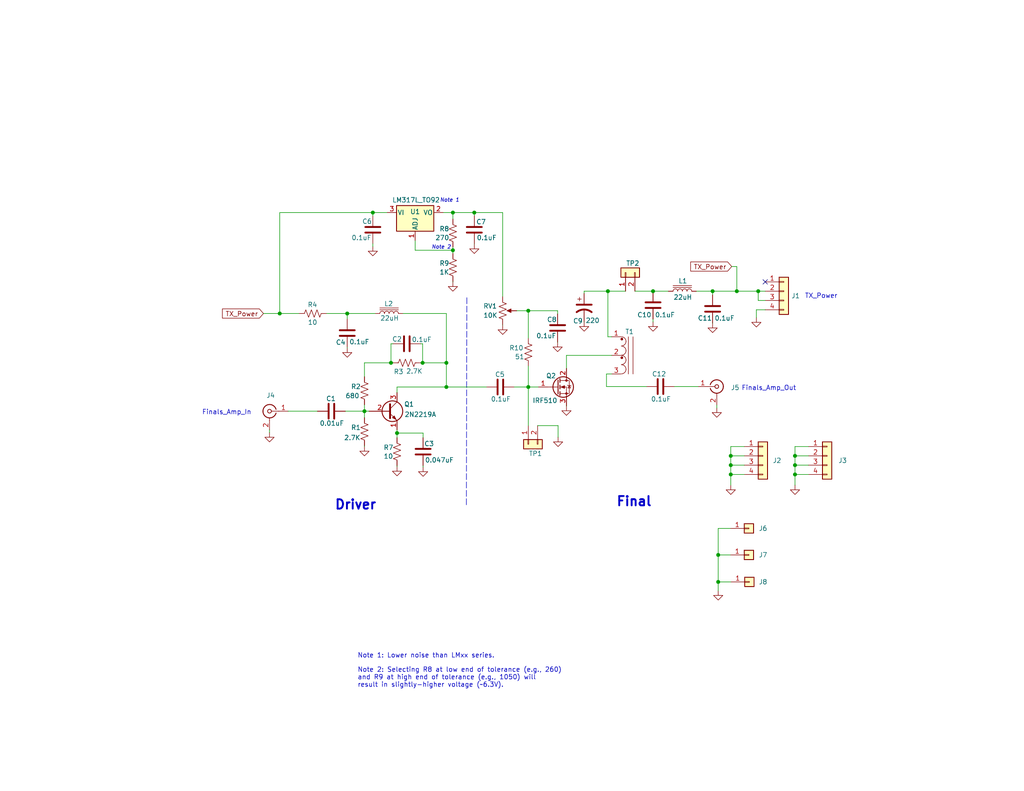
<source format=kicad_sch>
(kicad_sch (version 20211123) (generator eeschema)
  (paper "USLetter")
  (title_block (title "Pssst Final TX Amplifier") (date "2022-12-29") (rev "A"))
  (lib_symbols
    (symbol "Connector_Generic:Conn_01x01" (pin_names (offset 1.016) hide)
      (property "Reference" "J" (at 0 2.54 0))
      (property "Value" "Conn_01x01" (at 0 -2.54 0))
      (symbol "Conn_01x01_1_1"
        (rectangle (start -1.27 0.127) (end 0 -0.127) (stroke (width 0.1524)))
        (rectangle (start -1.27 1.27) (end 1.27 -1.27) (stroke (width 0.254)) (fill (type background)))
        (pin passive line (at -5.08 0 0) (length 3.81) (name "Pin_1") (number "1"))
      )
    )
    (symbol "Connector_Generic:Conn_01x04" (pin_names (offset 1.016) hide)
      (property "Reference" "J" (at 0 5.08 0))
      (property "Value" "Conn_01x04" (at 0 -7.62 0))
      (symbol "Conn_01x04_1_1"
        (rectangle (start -1.27 -4.953) (end 0 -5.207) (stroke (width 0.1524)))
        (rectangle (start -1.27 -2.413) (end 0 -2.667) (stroke (width 0.1524)))
        (rectangle (start -1.27 0.127) (end 0 -0.127) (stroke (width 0.1524)))
        (rectangle (start -1.27 2.667) (end 0 2.413) (stroke (width 0.1524)))
        (rectangle (start -1.27 3.81) (end 1.27 -6.35) (stroke (width 0.254)) (fill (type background)))
        (pin passive line (at -5.08 2.54 0) (length 3.81) (name "Pin_1") (number "1"))
        (pin passive line (at -5.08 0 0) (length 3.81) (name "Pin_2") (number "2"))
        (pin passive line (at -5.08 -2.54 0) (length 3.81) (name "Pin_3") (number "3"))
        (pin passive line (at -5.08 -5.08 0) (length 3.81) (name "Pin_4") (number "4"))
      )
    )
    (symbol "K7TFC:2N2219" (pin_names (offset 0) hide)
      (property "Reference" "Q" (at 5.08 1.905 0))
      (property "Value" "2N2219" (at 5.08 0 0))
      (symbol "2N2219_0_1"
        (polyline (pts (xy 0.635 0.635) (xy 2.54 2.54)))
        (polyline (pts (xy 0.635 -0.635) (xy 2.54 -2.54) (xy 2.54 -2.54)))
        (polyline (pts (xy 0.635 1.905) (xy 0.635 -1.905) (xy 0.635 -1.905)) (stroke (width 0.508)))
        (polyline (pts (xy 1.27 -1.778) (xy 1.778 -1.27) (xy 2.286 -2.286) (xy 1.27 -1.778) (xy 1.27 -1.778)) (fill (type outline)))
        (circle (center 1.27 0) (radius 2.8194) (stroke (width 0.254)))
      )
      (symbol "2N2219_1_1"
        (pin passive line (at 2.54 -5.08 90) (length 2.54) (name "E") (number "1"))
        (pin passive line (at -5.08 0 0) (length 5.715) (name "B") (number "2"))
        (pin passive line (at 2.54 5.08 270) (length 2.54) (name "C") (number "3"))
      )
    )
    (symbol "K7TFC:Phono_Jack_RCA" (pin_names (offset 1.016) hide)
      (property "Reference" "J" (at 0.254 3.048 0))
      (property "Value" "Phono_Jack_RCA" (at 2.921 0 90))
      (symbol "Phono_Jack_RCA_0_1"
        (arc (start -1.778 -0.508) (mid 0.222 -1.808) (end 1.778 0) (stroke (width 0.254)))
        (polyline (pts (xy -2.54 0) (xy -0.508 0)))
        (polyline (pts (xy 0 -2.54) (xy 0 -1.778)))
        (circle (center 0 0) (radius 0.508) (stroke (width 0.2032)))
        (arc (start 1.778 0) (mid 0.222 1.8083) (end -1.778 0.508) (stroke (width 0.254)))
      )
      (symbol "Phono_Jack_RCA_1_1"
        (pin passive line (at -5.08 0 0) (length 2.54) (name "In") (number "1"))
        (pin passive line (at 0 -5.08 90) (length 2.54) (name "Ext") (number "2"))
      )
    )
    (symbol "K7TFC_Connectors:Conn_01x02" (pin_names (offset 1.016) hide)
      (property "Reference" "J" (at 0 2.54 0))
      (property "Value" "Conn_01x02" (at 0 -5.08 0))
      (symbol "Conn_01x02_1_1"
        (rectangle (start -1.27 -2.413) (end 0 -2.667) (stroke (width 0.1524)))
        (rectangle (start -1.27 0.127) (end 0 -0.127) (stroke (width 0.1524)))
        (rectangle (start -1.27 1.27) (end 1.27 -3.81) (stroke (width 0.254)) (fill (type background)))
        (pin passive line (at -5.08 0 0) (length 3.81) (name "Pin_1") (number "1"))
        (pin passive line (at -5.08 -2.54 0) (length 3.81) (name "Pin_2") (number "2"))
      )
    )
    (symbol "K7TFC_ICs:LM317L_TO92" (pin_names (offset 0.254))
      (property "Reference" "U" (at -3.81 3.175 0))
      (property "Value" "LM317L_TO92" (at 0 3.175 0))
      (symbol "LM317L_TO92_0_1"
        (rectangle (start -5.08 1.905) (end 5.08 -5.08) (stroke (width 0.254)) (fill (type background)))
      )
      (symbol "LM317L_TO92_1_1"
        (pin input line (at 0 -7.62 90) (length 2.54) (name "ADJ") (number "1"))
        (pin power_out line (at 7.62 0 180) (length 2.54) (name "VO") (number "2"))
        (pin power_in line (at -7.62 0 0) (length 2.54) (name "VI") (number "3"))
      )
    )
    (symbol "K7TFC_Passives:CP1" (pin_numbers hide) (pin_names (offset 0.254) hide)
      (property "Reference" "C" (at 0.635 2.54 0))
      (property "Value" "CP1" (at 0.635 -2.54 0))
      (symbol "CP1_0_1"
        (polyline (pts (xy -2.032 0.762) (xy 2.032 0.762)) (stroke (width 0.508)))
        (polyline (pts (xy -1.778 2.286) (xy -0.762 2.286)))
        (polyline (pts (xy -1.27 1.778) (xy -1.27 2.794)))
        (arc (start 2.032 -1.27) (mid 0 -0.5572) (end -2.032 -1.27) (stroke (width 0.508)))
      )
      (symbol "CP1_1_1"
        (pin passive line (at 0 3.81 270) (length 2.794) (name "~") (number "1"))
        (pin passive line (at 0 -3.81 90) (length 3.302) (name "~") (number "2"))
      )
    )
    (symbol "K7TFC_Passives:C_std" (pin_numbers hide) (pin_names (offset 0.254))
      (property "Reference" "C" (at 0.635 2.54 0))
      (property "Value" "C_std" (at 0.635 -2.54 0))
      (symbol "C_std_0_1"
        (polyline (pts (xy -2.032 -0.762) (xy 2.032 -0.762)) (stroke (width 0.508)))
        (polyline (pts (xy -2.032 0.762) (xy 2.032 0.762)) (stroke (width 0.508)))
      )
      (symbol "C_std_1_1"
        (pin passive line (at 0 3.81 270) (length 2.794) (name "~") (number "1"))
        (pin passive line (at 0 -3.81 90) (length 2.794) (name "~") (number "2"))
      )
    )
    (symbol "K7TFC_Passives:L" (pin_numbers hide) (pin_names (offset 1.016) hide)
      (property "Reference" "L" (at -1.778 0 0))
      (property "Value" "L" (at 3.048 0 0))
      (symbol "L_0_1"
        (arc (start 0 -2.54) (mid 0.635 -1.905) (end 0 -1.27))
        (arc (start 0 -1.27) (mid 0.635 -0.635) (end 0 0))
        (polyline (pts (xy 1.016 2.54) (xy 1.016 -2.54)))
        (polyline (pts (xy 1.524 2.54) (xy 1.524 -2.54)))
        (arc (start 0 0) (mid 0.635 0.635) (end 0 1.27))
        (arc (start 0 1.27) (mid 0.635 1.905) (end 0 2.54))
      )
      (symbol "L_1_1"
        (pin passive line (at 0 3.81 270) (length 1.27) (name "1") (number "1"))
        (pin passive line (at 0 -3.81 90) (length 1.27) (name "2") (number "2"))
      )
    )
    (symbol "K7TFC_Passives:R_POT_US" (pin_numbers hide) (pin_names (offset 0) hide)
      (property "Reference" "RV" (at -4.445 0 90))
      (property "Value" "R_POT_US" (at -2.54 0 90))
      (symbol "R_POT_US_0_1"
        (polyline (pts (xy 0 -2.286) (xy 0 -2.54)))
        (polyline (pts (xy 0 2.54) (xy 0 2.286)))
        (polyline (pts (xy 2.54 0) (xy 1.524 0)))
        (polyline (pts (xy 1.143 0) (xy 2.286 0.508) (xy 2.286 -0.508) (xy 1.143 0)) (fill (type outline)))
        (polyline (pts (xy 0 -0.762) (xy 1.016 -1.143) (xy 0 -1.524) (xy -1.016 -1.905) (xy 0 -2.286)))
        (polyline (pts (xy 0 0.762) (xy 1.016 0.381) (xy 0 0) (xy -1.016 -0.381) (xy 0 -0.762)))
        (polyline (pts (xy 0 2.286) (xy 1.016 1.905) (xy 0 1.524) (xy -1.016 1.143) (xy 0 0.762)))
      )
      (symbol "R_POT_US_1_1"
        (pin passive line (at 0 3.81 270) (length 1.27) (name "1") (number "1"))
        (pin passive line (at 3.81 0 180) (length 1.27) (name "2") (number "2"))
        (pin passive line (at 0 -3.81 90) (length 1.27) (name "3") (number "3"))
      )
    )
    (symbol "K7TFC_Passives:R_US" (pin_numbers hide) (pin_names (offset 0))
      (property "Reference" "R" (at 2.54 0 90))
      (property "Value" "R_US" (at -2.54 0 90))
      (symbol "R_US_0_1"
        (polyline (pts (xy 0 -2.286) (xy 0 -2.54)))
        (polyline (pts (xy 0 2.286) (xy 0 2.54)))
        (polyline (pts (xy 0 -0.762) (xy 1.016 -1.143) (xy 0 -1.524) (xy -1.016 -1.905) (xy 0 -2.286)))
        (polyline (pts (xy 0 0.762) (xy 1.016 0.381) (xy 0 0) (xy -1.016 -0.381) (xy 0 -0.762)))
        (polyline (pts (xy 0 2.286) (xy 1.016 1.905) (xy 0 1.524) (xy -1.016 1.143) (xy 0 0.762)))
      )
      (symbol "R_US_1_1"
        (pin passive line (at 0 3.81 270) (length 1.27) (name "~") (number "1"))
        (pin passive line (at 0 -3.81 90) (length 1.27) (name "~") (number "2"))
      )
    )
    (symbol "K7TFC_Transformers:Transformer_Bifilar_CT_Toroid" (pin_names (offset 1.016) hide)
      (property "Reference" "T" (at 5.842 6.35 0))
      (property "Value" "Transformer_Bifilar_CT_Toroid" (at -0.635 -7.239 0))
      (symbol "Transformer_Bifilar_CT_Toroid_0_1"
        (polyline (pts (xy 5.207 5.08) (xy 5.207 -5.08)))
        (polyline (pts (xy 6.477 -5.08) (xy 6.477 5.08)))
        (arc (start 3.302 -5.0546) (mid 4.1859 -4.6863) (end 4.572 -3.81))
        (arc (start 3.302 -2.5146) (mid 4.1859 -2.1463) (end 4.572 -1.27))
        (arc (start 3.302 0.0254) (mid 4.1859 0.3937) (end 4.572 1.27))
        (arc (start 3.302 2.5654) (mid 4.1859 2.9337) (end 4.572 3.81))
        (circle (center 3.429 -0.635) (radius 0.284) (fill (type outline)))
        (circle (center 3.429 4.445) (radius 0.284) (fill (type outline)))
        (arc (start 4.572 -3.81) (mid 4.2 -2.912) (end 3.302 -2.54))
        (arc (start 4.572 -1.27) (mid 4.2 -0.372) (end 3.302 0))
        (arc (start 4.572 1.27) (mid 4.2 2.168) (end 3.302 2.54))
        (arc (start 4.572 3.81) (mid 4.2 4.708) (end 3.302 5.08))
      )
      (symbol "Transformer_Bifilar_CT_Toroid_1_1"
        (pin passive line (at 0.635 5.08 0) (length 2.54) (name "PR1") (number "1"))
        (pin passive line (at 0.635 0 0) (length 2.54) (name "PM") (number "2"))
        (pin passive line (at 0.635 -5.08 0) (length 2.54) (name "PR2") (number "3"))
      )
    )
    (symbol "K7TFC_Transistors:IRF510" (pin_names hide)
      (property "Reference" "Q" (at 6.35 1.905 0))
      (property "Value" "IRF510" (at 6.35 0 0))
      (symbol "IRF510_0_1"
        (polyline (pts (xy 0.254 0) (xy -2.54 0)))
        (polyline (pts (xy 0.254 1.905) (xy 0.254 -1.905)) (stroke (width 0.254)))
        (polyline (pts (xy 0.762 -1.27) (xy 0.762 -2.286)) (stroke (width 0.254)))
        (polyline (pts (xy 0.762 0.508) (xy 0.762 -0.508)) (stroke (width 0.254)))
        (polyline (pts (xy 0.762 2.286) (xy 0.762 1.27)) (stroke (width 0.254)))
        (polyline (pts (xy 2.54 2.54) (xy 2.54 1.778)))
        (polyline (pts (xy 2.54 -2.54) (xy 2.54 0) (xy 0.762 0)))
        (polyline (pts (xy 0.762 -1.778) (xy 3.302 -1.778) (xy 3.302 1.778) (xy 0.762 1.778)))
        (polyline (pts (xy 1.016 0) (xy 2.032 0.381) (xy 2.032 -0.381) (xy 1.016 0)) (fill (type outline)))
        (polyline (pts (xy 2.794 0.508) (xy 2.921 0.381) (xy 3.683 0.381) (xy 3.81 0.254)))
        (polyline (pts (xy 3.302 0.381) (xy 2.921 -0.254) (xy 3.683 -0.254) (xy 3.302 0.381)))
        (circle (center 1.651 0) (radius 2.794) (stroke (width 0.254)))
        (circle (center 2.54 -1.778) (radius 0.254) (fill (type outline)))
        (circle (center 2.54 1.778) (radius 0.254) (fill (type outline)))
      )
      (symbol "IRF510_1_1"
        (pin input line (at -5.08 0 0) (length 2.54) (name "G") (number "1"))
        (pin passive line (at 2.54 5.08 270) (length 2.54) (name "D") (number "2"))
        (pin passive line (at 2.54 -5.08 90) (length 2.54) (name "S") (number "3"))
      )
    )
    (symbol "power:GND" (power) (pin_names (offset 0))
      (property "Value" "GND" (at 0 -3.81 0))
      (symbol "GND_0_1"
        (polyline (pts (xy 0 0) (xy 0 -1.27) (xy 1.27 -1.27) (xy 0 -2.54) (xy -1.27 -1.27) (xy 0 -1.27)))
      )
      (symbol "GND_1_1"
        (pin power_in line (at 0 0 270) (length 0) hide (name "GND") (number "1"))
      )
    )
  )
  (junction (at 199.39 127))
  (junction (at 129.413 58.039))
  (junction (at 115.316 99.06))
  (junction (at 121.793 99.06))
  (junction (at 106.68 99.06))
  (junction (at 123.571 58.039))
  (junction (at 195.961 151.511))
  (junction (at 199.39 124.46))
  (junction (at 99.441 112.268))
  (junction (at 165.862 79.502))
  (junction (at 206.883 79.502))
  (junction (at 101.727 58.039))
  (junction (at 216.916 129.54))
  (junction (at 216.916 127))
  (junction (at 194.437 79.502))
  (junction (at 201.041 79.502))
  (junction (at 199.39 129.54))
  (junction (at 76.327 85.598))
  (junction (at 123.571 68.326))
  (junction (at 121.793 105.664))
  (junction (at 144.145 105.664))
  (junction (at 94.742 85.598))
  (junction (at 195.961 158.877))
  (junction (at 178.181 79.502))
  (junction (at 108.331 118.237))
  (junction (at 144.145 84.836))
  (junction (at 216.916 124.46))
  (no_connect (at 208.788 76.962))
  (wire (pts (xy 121.793 85.598) (xy 121.793 99.06)))
  (wire (pts (xy 76.327 58.039) (xy 101.727 58.039)))
  (wire (pts (xy 105.664 58.039) (xy 101.727 58.039)))
  (wire (pts (xy 152.146 84.836) (xy 144.145 84.836)))
  (wire (pts (xy 94.234 112.268) (xy 99.441 112.268)))
  (wire (pts (xy 129.413 58.039) (xy 123.571 58.039)))
  (wire (pts (xy 154.559 97.028) (xy 166.878 97.028)))
  (wire (pts (xy 89.154 85.598) (xy 94.742 85.598)))
  (wire (pts (xy 176.403 105.537) (xy 165.481 105.537)))
  (wire (pts (xy 101.727 66.548) (xy 101.727 67.31)))
  (wire (pts (xy 113.284 68.326) (xy 123.571 68.326)))
  (wire (pts (xy 78.613 112.268) (xy 86.614 112.268)))
  (wire (pts (xy 173.228 79.502) (xy 178.181 79.502)))
  (wire (pts (xy 115.443 127.127) (xy 115.443 127.508)))
  (wire (pts (xy 159.385 80.137) (xy 159.385 79.502)))
  (wire (pts (xy 178.181 79.502) (xy 182.372 79.502)))
  (wire (pts (xy 146.685 116.205) (xy 152.273 116.205)))
  (wire (pts (xy 144.145 105.664) (xy 146.939 105.664)))
  (wire (pts (xy 195.58 110.617) (xy 195.58 111.379)))
  (wire (pts (xy 115.316 99.06) (xy 114.808 99.06)))
  (wire (pts (xy 137.16 88.646) (xy 137.16 88.773)))
  (wire (pts (xy 113.284 65.659) (xy 113.284 68.326)))
  (wire (pts (xy 73.533 117.348) (xy 73.533 118.11)))
  (wire (pts (xy 109.982 85.598) (xy 121.793 85.598)))
  (wire (pts (xy 114.808 93.853) (xy 115.316 93.853)))
  (wire (pts (xy 123.571 68.326) (xy 123.571 69.215)))
  (wire (pts (xy 216.916 124.46) (xy 220.599 124.46)))
  (wire (pts (xy 159.385 87.757) (xy 159.385 87.884)))
  (wire (pts (xy 94.742 85.598) (xy 94.742 87.122)))
  (wire (pts (xy 76.327 58.039) (xy 76.327 85.598)))
  (wire (pts (xy 216.916 121.92) (xy 216.916 124.46)))
  (wire (pts (xy 195.961 158.877) (xy 199.39 158.877)))
  (wire (pts (xy 123.571 76.835) (xy 123.571 76.962)))
  (wire (pts (xy 216.916 127) (xy 216.916 129.54)))
  (wire (pts (xy 94.742 85.598) (xy 102.362 85.598)))
  (wire (pts (xy 99.441 121.666) (xy 99.441 121.92)))
  (wire (pts (xy 71.882 85.598) (xy 76.327 85.598)))
  (wire (pts (xy 144.145 105.664) (xy 144.145 116.205)))
  (wire (pts (xy 129.413 66.548) (xy 129.413 66.675)))
  (wire (pts (xy 132.715 105.664) (xy 121.793 105.664)))
  (wire (pts (xy 121.793 105.664) (xy 108.331 105.664)))
  (wire (pts (xy 101.727 58.039) (xy 101.727 58.928)))
  (wire (pts (xy 195.961 158.877) (xy 195.961 161.29)))
  (wire (pts (xy 120.904 58.039) (xy 123.571 58.039)))
  (wire (pts (xy 194.437 79.502) (xy 194.437 80.518)))
  (wire (pts (xy 165.862 79.502) (xy 170.688 79.502)))
  (wire (pts (xy 137.16 58.039) (xy 129.413 58.039)))
  (wire (pts (xy 216.916 124.46) (xy 216.916 127)))
  (wire (pts (xy 106.68 93.853) (xy 106.68 99.06)))
  (wire (pts (xy 195.961 151.511) (xy 195.961 158.877)))
  (wire (pts (xy 108.331 117.348) (xy 108.331 118.237)))
  (polyline (pts (xy 127.381 81.28) (xy 127.254 138.303)))
  (wire (pts (xy 184.023 105.537) (xy 190.5 105.537)))
  (wire (pts (xy 154.559 97.028) (xy 154.559 100.584)))
  (wire (pts (xy 123.571 58.039) (xy 123.571 59.817)))
  (wire (pts (xy 194.437 79.502) (xy 201.041 79.502)))
  (wire (pts (xy 100.711 112.268) (xy 99.441 112.268)))
  (wire (pts (xy 199.39 129.54) (xy 203.073 129.54)))
  (wire (pts (xy 99.441 110.49) (xy 99.441 112.268)))
  (wire (pts (xy 206.883 79.502) (xy 206.883 82.042)))
  (wire (pts (xy 152.273 116.205) (xy 152.273 119.38)))
  (wire (pts (xy 165.862 91.948) (xy 166.878 91.948)))
  (wire (pts (xy 152.146 84.836) (xy 152.146 85.725)))
  (wire (pts (xy 195.961 144.272) (xy 195.961 151.511)))
  (wire (pts (xy 203.073 121.92) (xy 199.39 121.92)))
  (wire (pts (xy 144.145 84.836) (xy 140.97 84.836)))
  (wire (pts (xy 99.441 112.268) (xy 99.441 114.046)))
  (wire (pts (xy 152.146 93.345) (xy 152.146 93.472)))
  (wire (pts (xy 159.385 79.502) (xy 165.862 79.502)))
  (wire (pts (xy 199.39 127) (xy 199.39 129.54)))
  (wire (pts (xy 199.263 144.272) (xy 195.961 144.272)))
  (wire (pts (xy 140.335 105.664) (xy 144.145 105.664)))
  (wire (pts (xy 194.437 79.502) (xy 189.992 79.502)))
  (wire (pts (xy 220.599 121.92) (xy 216.916 121.92)))
  (wire (pts (xy 154.559 110.744) (xy 154.559 110.871)))
  (wire (pts (xy 115.443 118.237) (xy 108.331 118.237)))
  (wire (pts (xy 194.437 88.138) (xy 194.437 88.265)))
  (wire (pts (xy 206.883 79.502) (xy 208.788 79.502)))
  (wire (pts (xy 206.375 84.582) (xy 206.375 86.741)))
  (wire (pts (xy 165.481 105.537) (xy 165.481 102.108)))
  (wire (pts (xy 208.788 84.582) (xy 206.375 84.582)))
  (wire (pts (xy 115.316 99.06) (xy 121.793 99.06)))
  (wire (pts (xy 199.39 127) (xy 203.073 127)))
  (wire (pts (xy 165.481 102.108) (xy 166.878 102.108)))
  (wire (pts (xy 199.39 124.46) (xy 203.073 124.46)))
  (wire (pts (xy 107.188 93.853) (xy 106.68 93.853)))
  (wire (pts (xy 137.16 58.039) (xy 137.16 81.026)))
  (wire (pts (xy 99.441 99.06) (xy 106.68 99.06)))
  (wire (pts (xy 216.916 127) (xy 220.599 127)))
  (wire (pts (xy 115.316 93.853) (xy 115.316 99.06)))
  (wire (pts (xy 208.788 82.042) (xy 206.883 82.042)))
  (wire (pts (xy 108.331 118.237) (xy 108.331 119.507)))
  (wire (pts (xy 129.413 58.039) (xy 129.413 58.928)))
  (wire (pts (xy 144.145 92.329) (xy 144.145 84.836)))
  (wire (pts (xy 76.327 85.598) (xy 81.534 85.598)))
  (wire (pts (xy 216.916 129.54) (xy 216.916 132.461)))
  (wire (pts (xy 165.862 79.502) (xy 165.862 91.948)))
  (wire (pts (xy 216.916 129.54) (xy 220.599 129.54)))
  (wire (pts (xy 121.793 99.06) (xy 121.793 105.664)))
  (wire (pts (xy 115.443 119.507) (xy 115.443 118.237)))
  (wire (pts (xy 201.041 72.771) (xy 201.041 79.502)))
  (wire (pts (xy 178.181 87.122) (xy 178.181 87.884)))
  (wire (pts (xy 199.39 124.46) (xy 199.39 127)))
  (wire (pts (xy 199.644 72.771) (xy 201.041 72.771)))
  (wire (pts (xy 106.68 99.06) (xy 107.188 99.06)))
  (wire (pts (xy 108.331 127.127) (xy 108.331 127.381)))
  (wire (pts (xy 195.961 151.511) (xy 199.263 151.511)))
  (wire (pts (xy 99.441 102.87) (xy 99.441 99.06)))
  (wire (pts (xy 94.742 94.742) (xy 94.742 94.996)))
  (wire (pts (xy 144.145 99.949) (xy 144.145 105.664)))
  (wire (pts (xy 108.331 105.664) (xy 108.331 107.188)))
  (wire (pts (xy 199.39 129.54) (xy 199.39 132.461)))
  (wire (pts (xy 201.041 79.502) (xy 206.883 79.502)))
  (wire (pts (xy 199.39 121.92) (xy 199.39 124.46)))
  (wire (pts (xy 123.571 67.437) (xy 123.571 68.326)))
  (text "Driver" (at 91.186 139.446 0) (effects (font (size 2.54 2.54) (thickness 0.508) bold) (justify left bottom)))
  (text "Note 2" (at 117.729 68.199 0) (effects (font (size 1.016 1.016) italic) (justify left bottom)))
  (text "Note 2: Selecting R8 at low end of tolerance (e.g., 260)\nand R9 at high end of tolerance (e.g., 1050) will\nresult in slightly-higher voltage (~6.3V)." (at 97.536 187.833 0) (effects (font (size 1.27 1.27)) (justify left bottom)))
  (text "Finals_Amp_Out" (at 202.311 106.807 0) (effects (font (size 1.27 1.27)) (justify left bottom)))
  (text "Finals_Amp_In" (at 55.118 113.411 0) (effects (font (size 1.27 1.27)) (justify left bottom)))
  (text "Final" (at 168.021 138.557 0) (effects (font (size 2.54 2.54) bold) (justify left bottom)))
  (text "Note 1: Lower noise than LMxx series.\n" (at 97.536 179.832 0) (effects (font (size 1.27 1.27)) (justify left bottom)))
  (text "Note 1" (at 120.015 55.372 0) (effects (font (size 1.016 1.016) italic) (justify left bottom)))
  (text "TX_Power" (at 219.583 81.661 0) (effects (font (size 1.27 1.27)) (justify left bottom)))
  (global_label "TX_Power" (shape input) (at 199.644 72.771 180) (property "Intersheet References" "${INTERSHEET_REFS}" (effects hide)))
  (global_label "TX_Power" (shape input) (at 71.882 85.598 180) (property "Intersheet References" "${INTERSHEET_REFS}" (effects hide)))
  (symbol (lib_id "power:GND") (at 199.39 132.461 0) (unit 1)
    (property "Reference" "#PWR0114" (effects hide))
    (property "Value" "GND" (effects hide))
  )
  (symbol (lib_id "power:GND") (at 194.437 88.265 0) (unit 1)
    (property "Reference" "#PWR0110" (effects hide))
    (property "Value" "GND" (effects hide))
  )
  (symbol (lib_id "K7TFC_Passives:C_std") (at 90.424 112.268 270) (unit 1)
    (property "Reference" "C1" (at 90.297 108.839 90))
    (property "Value" "0.01uF" (at 90.551 115.57 90))
    (property "Footprint" "K7TFC_Passives:Ceramic_Disk_Capacitor_P5.00mm" (effects hide))
  )
  (symbol (lib_id "K7TFC:Phono_Jack_RCA") (at 73.533 112.268 0) (mirror y) (unit 1)
    (property "Reference" "J4" (at 73.8504 107.95 0))
    (property "Value" "Phono_Jack_RCA" (effects hide))
    (property "Footprint" "K7TFC:SMA_EdgeMount_0.062_Samtec_wHoles" (effects hide))
    (property "Datasheet" " ~" (effects hide))
  )
  (symbol (lib_id "K7TFC_Connectors:Conn_01x02") (at 144.145 121.285 90) (mirror x) (unit 1)
    (property "Reference" "TP1" (at 144.272 123.825 90) (effects (justify right)))
    (property "Value" "Conn_01x02" (effects hide))
    (property "Footprint" "Connector_PinHeader_2.54mm:PinHeader_1x02_P2.54mm_Vertical" (effects hide))
  )
  (symbol (lib_id "K7TFC_Passives:C_std") (at 115.443 123.317 180) (unit 1)
    (property "Reference" "C3" (at 117.094 121.158 0))
    (property "Value" "0.047uF" (at 119.888 125.603 0))
    (property "Footprint" "K7TFC_Passives:Ceramic_Disk_Capacitor_P5.00mm" (effects hide))
  )
  (symbol (lib_id "K7TFC_Passives:C_std") (at 178.181 83.312 0) (unit 1)
    (property "Reference" "C10" (at 173.863 85.979 0) (effects (justify left)))
    (property "Value" "0.1uF" (at 178.689 85.979 0) (effects (justify left)))
    (property "Footprint" "K7TFC_Passives:Ceramic_Disk_Capacitor_P5.00mm" (effects hide))
  )
  (symbol (lib_id "power:GND") (at 99.441 121.92 0) (unit 1)
    (property "Reference" "#PWR0116" (effects hide))
    (property "Value" "GND" (effects hide))
  )
  (symbol (lib_id "K7TFC_Passives:R_US") (at 99.441 117.856 0) (unit 1)
    (property "Reference" "R1" (at 95.758 116.713 0) (effects (justify left)))
    (property "Value" "2.7K" (at 93.853 119.507 0) (effects (justify left)))
    (property "Footprint" "K7TFC_Passives:Resistor_Quarter_Watt_P10.16mm_Horizontal" (effects hide))
  )
  (symbol (lib_id "K7TFC:Phono_Jack_RCA") (at 195.58 105.537 0) (unit 1)
    (property "Reference" "J5" (at 199.39 105.8301 0) (effects (justify left)))
    (property "Value" "Phono_Jack_RCA" (effects hide))
    (property "Footprint" "K7TFC:SMA_EdgeMount_0.062_Samtec_wHoles" (effects hide))
    (property "Datasheet" " ~" (effects hide))
  )
  (symbol (lib_id "power:GND") (at 154.559 110.871 0) (unit 1)
    (property "Reference" "#PWR0117" (effects hide))
    (property "Value" "GND" (effects hide))
  )
  (symbol (lib_id "Connector_Generic:Conn_01x04") (at 208.153 124.46 0) (unit 1)
    (property "Reference" "J2" (at 210.82 125.7299 0) (effects (justify left)))
    (property "Value" "Conn_01x04" (effects hide))
    (property "Footprint" "Connector_PinHeader_2.54mm:PinHeader_1x04_P2.54mm_Vertical" (effects hide))
  )
  (symbol (lib_id "K7TFC_Passives:C_std") (at 94.742 90.932 0) (unit 1)
    (property "Reference" "C4" (at 92.964 93.472 0))
    (property "Value" "0.1uF" (at 98.044 93.345 0))
    (property "Footprint" "K7TFC_Passives:Ceramic_Disk_Capacitor_P5.00mm" (effects hide))
  )
  (symbol (lib_id "K7TFC_Passives:C_std") (at 136.525 105.664 270) (unit 1)
    (property "Reference" "C5" (at 136.398 102.235 90))
    (property "Value" "0.1uF" (at 136.652 108.966 90))
    (property "Footprint" "K7TFC_Passives:Ceramic_Disk_Capacitor_P5.00mm" (effects hide))
  )
  (symbol (lib_id "K7TFC_Passives:L") (at 186.182 79.502 90) (unit 1)
    (property "Reference" "L1" (at 186.309 76.708 90))
    (property "Value" "22uH" (at 186.309 81.153 90))
    (property "Footprint" "Inductor_THT:L_Radial_D8.7mm_P5.00mm_Fastron_07HCP" (effects hide))
  )
  (symbol (lib_id "power:GND") (at 152.273 119.38 0) (unit 1)
    (property "Reference" "#PWR0118" (effects hide))
    (property "Value" "GND" (effects hide))
  )
  (symbol (lib_id "K7TFC_Connectors:Conn_01x02") (at 170.688 74.422 90) (unit 1)
    (property "Reference" "TP2" (at 170.815 71.882 90) (effects (justify right)))
    (property "Value" "Conn_01x02" (effects hide))
    (property "Footprint" "Connector_PinHeader_2.54mm:PinHeader_1x02_P2.54mm_Vertical" (effects hide))
  )
  (symbol (lib_id "K7TFC_Passives:R_US") (at 108.331 123.317 0) (unit 1)
    (property "Reference" "R7" (at 104.648 122.174 0) (effects (justify left)))
    (property "Value" "10" (at 104.648 124.587 0) (effects (justify left)))
    (property "Footprint" "K7TFC_Passives:Resistor_Quarter_Watt_P10.16mm_Horizontal" (effects hide))
  )
  (symbol (lib_id "K7TFC_Passives:R_US") (at 144.145 96.139 0) (unit 1)
    (property "Reference" "R10" (at 138.938 94.996 0) (effects (justify left)))
    (property "Value" "51" (at 140.462 97.409 0) (effects (justify left)))
    (property "Footprint" "K7TFC_Passives:Resistor_Quarter_Watt_P10.16mm_Horizontal" (effects hide))
  )
  (symbol (lib_id "K7TFC:2N2219") (at 105.791 112.268 0) (unit 1)
    (property "Reference" "Q1" (at 110.236 110.363 0) (effects (justify left)))
    (property "Value" "2N2219A" (at 110.363 113.157 0) (effects (justify left)))
    (property "Footprint" "Package_TO_SOT_THT:TO-39-3" (effects hide))
    (property "Datasheet" "http://www.onsemi.com/pub_link/Collateral/2N2219-D.PDF" (effects hide))
  )
  (symbol (lib_id "power:GND") (at 73.533 118.11 0) (unit 1)
    (property "Reference" "#PWR0115" (effects hide))
    (property "Value" "GND" (effects hide))
  )
  (symbol (lib_id "K7TFC_Passives:C_std") (at 152.146 89.535 0) (unit 1)
    (property "Reference" "C8" (at 149.225 87.249 0) (effects (justify left)))
    (property "Value" "0.1uF" (at 146.304 91.694 0) (effects (justify left)))
    (property "Footprint" "K7TFC_Passives:Ceramic_Disk_Capacitor_P5.00mm" (effects hide))
  )
  (symbol (lib_id "power:GND") (at 178.181 87.884 0) (unit 1)
    (property "Reference" "#PWR0109" (effects hide))
    (property "Value" "GND" (effects hide))
  )
  (symbol (lib_id "Connector_Generic:Conn_01x04") (at 213.868 79.502 0) (unit 1)
    (property "Reference" "J1" (at 215.9 80.7719 0) (effects (justify left)))
    (property "Value" "Conn_01x04" (effects hide))
    (property "Footprint" "Connector_PinHeader_2.54mm:PinHeader_1x04_P2.54mm_Vertical" (effects hide))
  )
  (symbol (lib_id "K7TFC_Passives:C_std") (at 110.998 93.853 90) (unit 1)
    (property "Reference" "C2" (at 108.331 92.583 90))
    (property "Value" "0.1uF" (at 115.062 92.71 90))
    (property "Footprint" "K7TFC_Passives:Ceramic_Disk_Capacitor_P5.00mm" (effects hide))
  )
  (symbol (lib_id "K7TFC_Passives:R_US") (at 85.344 85.598 90) (unit 1)
    (property "Reference" "R4" (at 86.614 83.185 90) (effects (justify left)))
    (property "Value" "10" (at 86.614 88.011 90) (effects (justify left)))
    (property "Footprint" "K7TFC_Passives:Resistor_Quarter_Watt_P10.16mm_Horizontal" (effects hide))
  )
  (symbol (lib_id "Connector_Generic:Conn_01x04") (at 225.679 124.46 0) (unit 1)
    (property "Reference" "J3" (at 228.727 125.7299 0) (effects (justify left)))
    (property "Value" "Conn_01x04" (effects hide))
    (property "Footprint" "Connector_PinHeader_2.54mm:PinHeader_1x04_P2.54mm_Vertical" (effects hide))
  )
  (symbol (lib_id "power:GND") (at 216.916 132.461 0) (unit 1)
    (property "Reference" "#PWR0119" (effects hide))
    (property "Value" "GND" (effects hide))
  )
  (symbol (lib_id "K7TFC_Passives:C_std") (at 194.437 84.328 0) (unit 1)
    (property "Reference" "C11" (at 190.373 86.868 0) (effects (justify left)))
    (property "Value" "0.1uF" (at 194.945 86.868 0) (effects (justify left)))
    (property "Footprint" "K7TFC_Passives:Ceramic_Disk_Capacitor_P5.00mm" (effects hide))
  )
  (symbol (lib_id "power:GND") (at 195.961 161.29 0) (unit 1)
    (property "Reference" "#PWR0120" (effects hide))
    (property "Value" "GND" (effects hide))
  )
  (symbol (lib_id "K7TFC_Passives:R_US") (at 110.998 99.06 90) (unit 1)
    (property "Reference" "R3" (at 110.109 101.473 90) (effects (justify left)))
    (property "Value" "2.7K" (at 115.316 101.346 90) (effects (justify left)))
    (property "Footprint" "K7TFC_Passives:Resistor_Quarter_Watt_P10.16mm_Horizontal" (effects hide))
  )
  (symbol (lib_id "power:GND") (at 123.571 76.962 0) (unit 1)
    (property "Reference" "#PWR0104" (effects hide))
    (property "Value" "GND" (effects hide))
  )
  (symbol (lib_id "Connector_Generic:Conn_01x01") (at 204.343 151.511 0) (unit 1)
    (property "Reference" "J7" (at 207.01 151.5109 0) (effects (justify left)))
    (property "Value" "Conn_01x01" (effects hide))
    (property "Footprint" "Connector_PinHeader_2.54mm:PinHeader_1x01_P2.54mm_Vertical" (effects hide))
  )
  (symbol (lib_id "power:GND") (at 94.742 94.996 0) (unit 1)
    (property "Reference" "#PWR0105" (effects hide))
    (property "Value" "GND" (effects hide))
  )
  (symbol (lib_id "K7TFC_ICs:LM317L_TO92") (at 113.284 58.039 0) (unit 1)
    (property "Reference" "U1" (at 113.284 57.785 0))
    (property "Value" "LM317L_TO92" (at 113.538 54.61 0))
    (property "Footprint" "Package_TO_SOT_THT:TO-92_Inline" (effects hide))
    (property "Datasheet" "http://www.ti.com/lit/ds/snvs775k/snvs775k.pdf" (effects hide))
  )
  (symbol (lib_id "Connector_Generic:Conn_01x01") (at 204.47 158.877 0) (unit 1)
    (property "Reference" "J8" (at 207.01 158.8769 0) (effects (justify left)))
    (property "Value" "Conn_01x01" (effects hide))
    (property "Footprint" "Connector_PinHeader_2.54mm:PinHeader_1x01_P2.54mm_Vertical" (effects hide))
  )
  (symbol (lib_id "K7TFC_Passives:L") (at 106.172 85.598 90) (unit 1)
    (property "Reference" "L2" (at 106.045 82.931 90))
    (property "Value" "22uH" (at 106.299 86.868 90))
    (property "Footprint" "Inductor_THT:L_Axial_L11.0mm_D4.5mm_P15.24mm_Horizontal_Fastron_MECC" (effects hide))
  )
  (symbol (lib_id "K7TFC_Passives:R_POT_US") (at 137.16 84.836 0) (unit 1)
    (property "Reference" "RV1" (at 135.636 83.566 0) (effects (justify right)))
    (property "Value" "10K" (at 135.763 86.106 0) (effects (justify right)))
    (property "Footprint" "K7TFC_Passives:POT_Bourns_3362P" (effects hide))
  )
  (symbol (lib_id "power:GND") (at 152.146 93.472 0) (unit 1)
    (property "Reference" "#PWR0101" (effects hide))
    (property "Value" "GND" (effects hide))
  )
  (symbol (lib_id "power:GND") (at 115.443 127.508 0) (unit 1)
    (property "Reference" "#PWR0112" (effects hide))
    (property "Value" "GND" (effects hide))
  )
  (symbol (lib_id "power:GND") (at 101.727 67.31 0) (unit 1)
    (property "Reference" "#PWR0106" (effects hide))
    (property "Value" "GND" (effects hide))
  )
  (symbol (lib_id "power:GND") (at 129.413 66.675 0) (unit 1)
    (property "Reference" "#PWR0103" (effects hide))
    (property "Value" "GND" (effects hide))
  )
  (symbol (lib_id "K7TFC_Passives:C_std") (at 129.413 62.738 0) (unit 1)
    (property "Reference" "C7" (at 129.921 60.579 0) (effects (justify left)))
    (property "Value" "0.1uF" (at 130.048 64.897 0) (effects (justify left)))
    (property "Footprint" "K7TFC_Passives:Ceramic_Disk_Capacitor_P5.00mm" (effects hide))
  )
  (symbol (lib_id "K7TFC_Passives:R_US") (at 99.441 106.68 0) (unit 1)
    (property "Reference" "R2" (at 95.758 105.537 0) (effects (justify left)))
    (property "Value" "680" (at 94.234 108.077 0) (effects (justify left)))
    (property "Footprint" "K7TFC_Passives:Resistor_Quarter_Watt_P10.16mm_Horizontal" (effects hide))
  )
  (symbol (lib_id "K7TFC_Passives:R_US") (at 123.571 73.025 0) (unit 1)
    (property "Reference" "R9" (at 119.888 71.882 0) (effects (justify left)))
    (property "Value" "1K" (at 119.888 74.295 0) (effects (justify left)))
    (property "Footprint" "K7TFC_Passives:Resistor_Quarter_Watt_P10.16mm_Horizontal" (effects hide))
  )
  (symbol (lib_id "K7TFC_Passives:C_std") (at 101.727 62.738 0) (unit 1)
    (property "Reference" "C6" (at 98.806 60.452 0) (effects (justify left)))
    (property "Value" "0.1uF" (at 95.885 64.897 0) (effects (justify left)))
    (property "Footprint" "K7TFC_Passives:Ceramic_Disk_Capacitor_P5.00mm" (effects hide))
  )
  (symbol (lib_id "power:GND") (at 206.375 86.741 0) (unit 1)
    (property "Reference" "#PWR0111" (effects hide))
    (property "Value" "GND" (effects hide))
  )
  (symbol (lib_id "K7TFC_Passives:R_US") (at 123.571 63.627 0) (unit 1)
    (property "Reference" "R8" (at 119.888 62.484 0) (effects (justify left)))
    (property "Value" "270" (at 118.745 64.897 0) (effects (justify left)))
    (property "Footprint" "K7TFC_Passives:Resistor_Quarter_Watt_P10.16mm_Horizontal" (effects hide))
  )
  (symbol (lib_id "power:GND") (at 137.16 88.773 0) (unit 1)
    (property "Reference" "#PWR0102" (effects hide))
    (property "Value" "GND" (effects hide))
  )
  (symbol (lib_id "K7TFC_Transistors:IRF510") (at 152.019 105.664 0) (unit 1)
    (property "Reference" "Q2" (at 148.971 102.616 0) (effects (justify left)))
    (property "Value" "IRF510" (at 145.288 109.347 0) (effects (justify left)))
    (property "Footprint" "Package_TO_SOT_THT:TO-220-3_Vertical" (effects hide))
  )
  (symbol (lib_id "power:GND") (at 159.385 87.884 0) (unit 1)
    (property "Reference" "#PWR0107" (effects hide))
    (property "Value" "GND" (effects hide))
  )
  (symbol (lib_id "K7TFC_Passives:C_std") (at 180.213 105.537 90) (unit 1)
    (property "Reference" "C12" (at 179.832 102.108 90))
    (property "Value" "0.1uF" (at 180.34 108.966 90))
    (property "Footprint" "K7TFC_Passives:Ceramic_Disk_Capacitor_P5.00mm" (effects hide))
  )
  (symbol (lib_id "power:GND") (at 195.58 111.379 0) (unit 1)
    (property "Reference" "#PWR0108" (effects hide))
    (property "Value" "GND" (effects hide))
  )
  (symbol (lib_id "K7TFC_Transformers:Transformer_Bifilar_CT_Toroid") (at 166.243 97.028 0) (unit 1)
    (property "Reference" "T1" (at 170.561 90.551 0) (effects (justify left)))
    (property "Value" "Transformer_Bifilar_CT_Toroid" (effects hide))
    (property "Footprint" "K7TFC_Toroids:Toroid_Transformer_Bifilar_T50_Vertical_P2.54mm" (effects hide))
  )
  (symbol (lib_id "Connector_Generic:Conn_01x01") (at 204.343 144.272 0) (unit 1)
    (property "Reference" "J6" (at 207.01 144.2719 0) (effects (justify left)))
    (property "Value" "Conn_01x01" (effects hide))
    (property "Footprint" "Connector_PinHeader_2.54mm:PinHeader_1x01_P2.54mm_Vertical" (effects hide))
  )
  (symbol (lib_id "K7TFC_Passives:CP1") (at 159.385 83.947 0) (unit 1)
    (property "Reference" "C9" (at 156.337 87.63 0) (effects (justify left)))
    (property "Value" "220" (at 159.766 87.503 0) (effects (justify left)))
    (property "Footprint" "Capacitor_THT:CP_Radial_D5.0mm_P2.50mm" (effects hide))
  )
  (symbol (lib_id "power:GND") (at 108.331 127.381 0) (unit 1)
    (property "Reference" "#PWR0113" (effects hide))
    (property "Value" "GND" (effects hide))
  )
)
</source>
